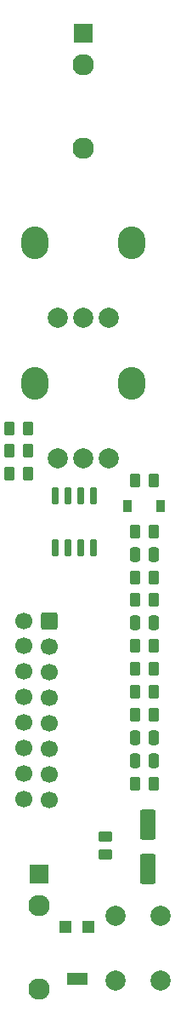
<source format=gbr>
%TF.GenerationSoftware,KiCad,Pcbnew,(6.0.0-0)*%
%TF.CreationDate,2022-12-13T23:32:20-05:00*%
%TF.ProjectId,synth-808,73796e74-682d-4383-9038-2e6b69636164,rev?*%
%TF.SameCoordinates,Original*%
%TF.FileFunction,Soldermask,Bot*%
%TF.FilePolarity,Negative*%
%FSLAX46Y46*%
G04 Gerber Fmt 4.6, Leading zero omitted, Abs format (unit mm)*
G04 Created by KiCad (PCBNEW (6.0.0-0)) date 2022-12-13 23:32:20*
%MOMM*%
%LPD*%
G01*
G04 APERTURE LIST*
G04 Aperture macros list*
%AMRoundRect*
0 Rectangle with rounded corners*
0 $1 Rounding radius*
0 $2 $3 $4 $5 $6 $7 $8 $9 X,Y pos of 4 corners*
0 Add a 4 corners polygon primitive as box body*
4,1,4,$2,$3,$4,$5,$6,$7,$8,$9,$2,$3,0*
0 Add four circle primitives for the rounded corners*
1,1,$1+$1,$2,$3*
1,1,$1+$1,$4,$5*
1,1,$1+$1,$6,$7*
1,1,$1+$1,$8,$9*
0 Add four rect primitives between the rounded corners*
20,1,$1+$1,$2,$3,$4,$5,0*
20,1,$1+$1,$4,$5,$6,$7,0*
20,1,$1+$1,$6,$7,$8,$9,0*
20,1,$1+$1,$8,$9,$2,$3,0*%
G04 Aperture macros list end*
%ADD10R,1.300000X1.300000*%
%ADD11R,2.000000X1.300000*%
%ADD12R,1.930000X1.830000*%
%ADD13C,2.130000*%
%ADD14C,2.000000*%
%ADD15O,2.720000X3.240000*%
%ADD16RoundRect,0.250000X0.450000X-0.262500X0.450000X0.262500X-0.450000X0.262500X-0.450000X-0.262500X0*%
%ADD17RoundRect,0.250000X-0.550000X1.250000X-0.550000X-1.250000X0.550000X-1.250000X0.550000X1.250000X0*%
%ADD18RoundRect,0.250000X0.250000X0.475000X-0.250000X0.475000X-0.250000X-0.475000X0.250000X-0.475000X0*%
%ADD19RoundRect,0.250000X0.600000X0.600000X-0.600000X0.600000X-0.600000X-0.600000X0.600000X-0.600000X0*%
%ADD20C,1.700000*%
%ADD21RoundRect,0.250000X-0.262500X-0.450000X0.262500X-0.450000X0.262500X0.450000X-0.262500X0.450000X0*%
%ADD22RoundRect,0.250000X0.262500X0.450000X-0.262500X0.450000X-0.262500X-0.450000X0.262500X-0.450000X0*%
%ADD23RoundRect,0.150000X0.150000X-0.725000X0.150000X0.725000X-0.150000X0.725000X-0.150000X-0.725000X0*%
%ADD24RoundRect,0.250000X-0.250000X-0.475000X0.250000X-0.475000X0.250000X0.475000X-0.250000X0.475000X0*%
%ADD25R,0.900000X1.200000*%
G04 APERTURE END LIST*
D10*
%TO.C,RV3*%
X58554000Y-138624000D03*
D11*
X57404000Y-143824000D03*
D10*
X56254000Y-138624000D03*
%TD*%
D12*
%TO.C,J2*%
X53594000Y-133412000D03*
D13*
X53594000Y-136512000D03*
X53594000Y-144812000D03*
%TD*%
D12*
%TO.C,J1*%
X58017000Y-49838000D03*
D13*
X58017000Y-52938000D03*
X58017000Y-61238000D03*
%TD*%
D14*
%TO.C,SW1*%
X61250000Y-137518000D03*
X61250000Y-144018000D03*
X65750000Y-144018000D03*
X65750000Y-137518000D03*
%TD*%
%TO.C,RV2*%
X60517000Y-92107000D03*
X58017000Y-92107000D03*
X55517000Y-92107000D03*
D15*
X62817000Y-84607000D03*
X53217000Y-84607000D03*
%TD*%
D14*
%TO.C,RV1*%
X60517000Y-78137000D03*
X58017000Y-78137000D03*
X55517000Y-78137000D03*
D15*
X62817000Y-70637000D03*
X53217000Y-70637000D03*
%TD*%
D16*
%TO.C,R9*%
X60198000Y-131468500D03*
X60198000Y-129643500D03*
%TD*%
D17*
%TO.C,C4*%
X64416000Y-128484000D03*
X64416000Y-132884000D03*
%TD*%
D18*
%TO.C,C3*%
X65042000Y-119842000D03*
X63142000Y-119842000D03*
%TD*%
D19*
%TO.C,U2*%
X54610000Y-108216000D03*
D20*
X52070000Y-108216000D03*
X54610000Y-110756000D03*
X52070000Y-110744000D03*
X52070000Y-113284000D03*
X54610000Y-113296000D03*
X54610000Y-115836000D03*
X52070000Y-115824000D03*
X54610000Y-118376000D03*
X52070000Y-118364000D03*
X52070000Y-120904000D03*
X54610000Y-120916000D03*
X54610000Y-123456000D03*
X52070000Y-123444000D03*
X52070000Y-125984000D03*
X54610000Y-125996000D03*
%TD*%
D21*
%TO.C,R8*%
X63179500Y-117556000D03*
X65004500Y-117556000D03*
%TD*%
D18*
%TO.C,C1*%
X65042000Y-101616000D03*
X63142000Y-101616000D03*
%TD*%
D22*
%TO.C,R1*%
X65004500Y-103902000D03*
X63179500Y-103902000D03*
%TD*%
%TO.C,R11*%
X65004500Y-106176000D03*
X63179500Y-106176000D03*
%TD*%
D21*
%TO.C,R5*%
X63179500Y-124414000D03*
X65004500Y-124414000D03*
%TD*%
D23*
%TO.C,U1*%
X58997000Y-100987000D03*
X57727000Y-100987000D03*
X56457000Y-100987000D03*
X55187000Y-100987000D03*
X55187000Y-95837000D03*
X56457000Y-95837000D03*
X57727000Y-95837000D03*
X58997000Y-95837000D03*
%TD*%
D22*
%TO.C,R3*%
X65004500Y-94250000D03*
X63179500Y-94250000D03*
%TD*%
D21*
%TO.C,R4*%
X50649500Y-93628000D03*
X52474500Y-93628000D03*
%TD*%
D24*
%TO.C,C2*%
X63142000Y-122128000D03*
X65042000Y-122128000D03*
%TD*%
D25*
%TO.C,D1*%
X62442000Y-96790000D03*
X65742000Y-96790000D03*
%TD*%
D22*
%TO.C,R7*%
X52474500Y-91342000D03*
X50649500Y-91342000D03*
%TD*%
D21*
%TO.C,R2*%
X63179500Y-99330000D03*
X65004500Y-99330000D03*
%TD*%
%TO.C,R10*%
X63179500Y-110698000D03*
X65004500Y-110698000D03*
%TD*%
D22*
%TO.C,R12*%
X65004500Y-112984000D03*
X63179500Y-112984000D03*
%TD*%
D24*
%TO.C,C5*%
X63142000Y-108412000D03*
X65042000Y-108412000D03*
%TD*%
D21*
%TO.C,R13*%
X50649500Y-89154000D03*
X52474500Y-89154000D03*
%TD*%
D22*
%TO.C,R6*%
X65004500Y-115270000D03*
X63179500Y-115270000D03*
%TD*%
M02*

</source>
